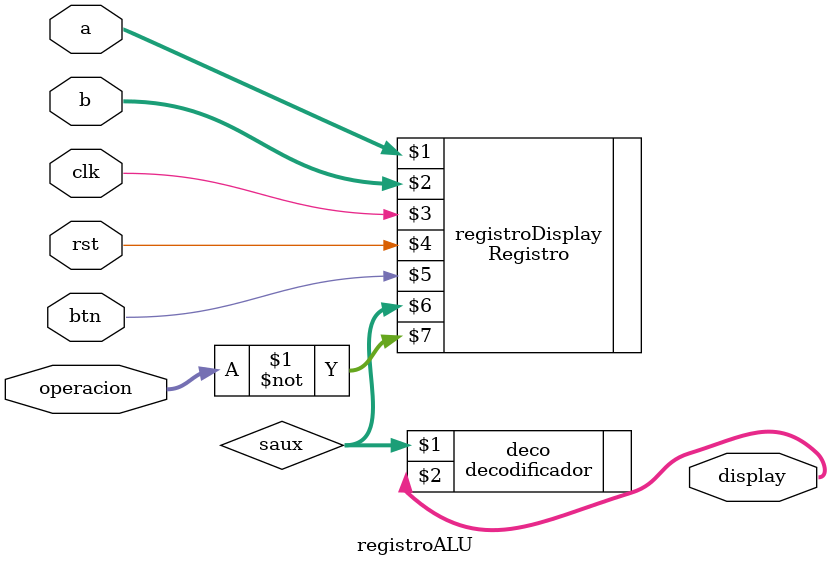
<source format=sv>
module registroALU #(parameter n = 4 ) (input [n-1:0] a, b, input [3:0] operacion, output [6:0] display, input clk, rst, btn);
	
	logic [n-1:0] saux;
	
	Registro #(n) registroDisplay(a, b, clk, rst, btn, saux, ~operacion);
	decodificador deco(saux, display);		
	
endmodule
</source>
